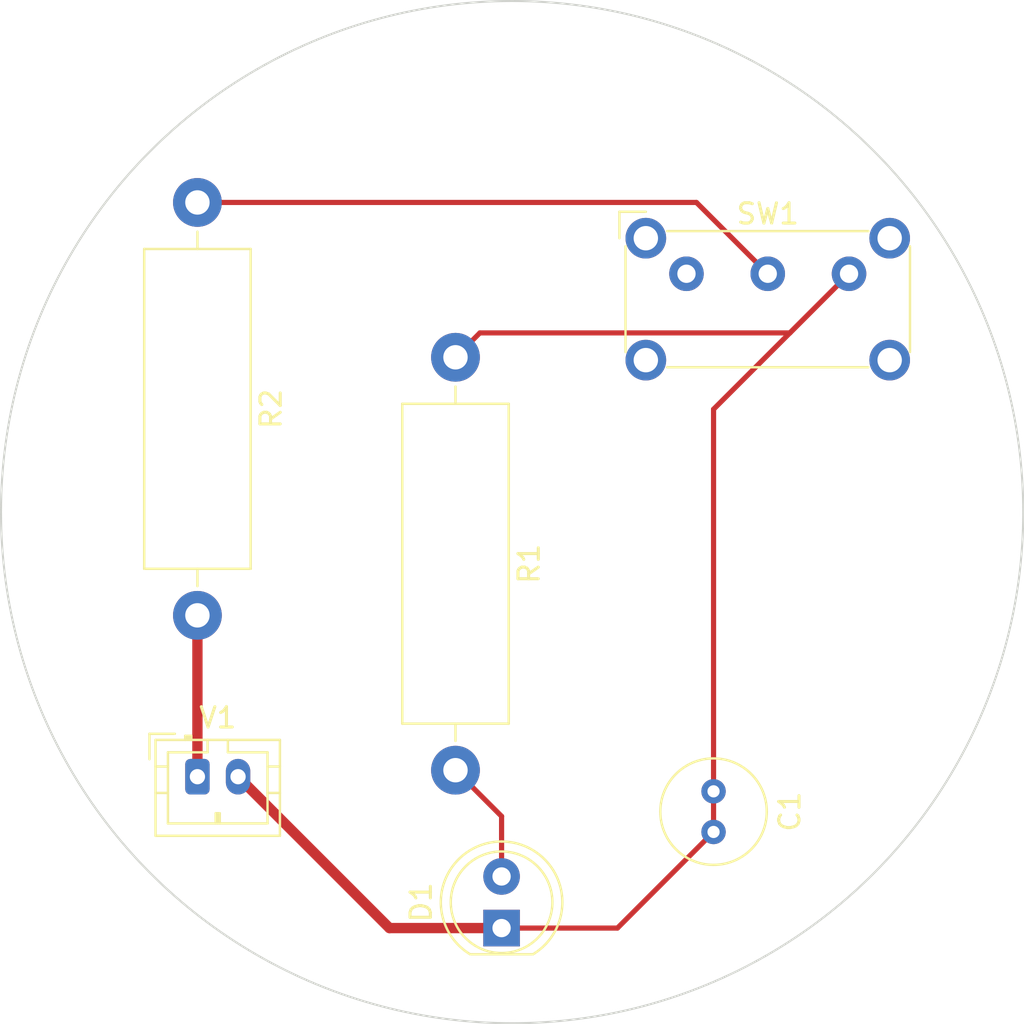
<source format=kicad_pcb>
(kicad_pcb (version 20211014) (generator pcbnew)
  (layers (0 "F.Cu" signal) (31 "B.Cu" signal) (34 "B.Paste" user) (35 "F.Paste" user) (36 "B.SilkS" user "B.Silkscreen") (37 "F.SilkS" user "F.Silkscreen") (38 "B.Mask" user) (39 "F.Mask" user) (44 "Edge.Cuts" user))
  (net 0 "")
  (net 1 "Net-(C1-Pad2)")
  (net 2 "Net-(D1-Pad2)")
  (net 3 "Net-(R2-Pad1)")
  (net 4 "Net-(R2-Pad2)")
  (footprint "Button_Switch_THT:SW_E-Switch_EG1224_SPDT_Angled" (layer "F.Cu") (at 163.7675 82.25)
    (fp_text reference "SW1" (at 4 -2.95) (layer "F.SilkS"))
    (fp_text value "SW_SPDT")
    (fp_line (start -3.3 -1.75) (end -3.3 -3.05) (layer "F.SilkS") (width 0.12))
    (fp_line (start -3.3 -3.05) (end -2 -3.05) (layer "F.SilkS") (width 0.12))
    (fp_line (start 8.95 4.6) (end -0.95 4.6) (layer "F.SilkS") (width 0.12))
    (fp_line (start 11 -1.35) (end 11 3.85) (layer "F.SilkS") (width 0.12))
    (fp_line (start -0.95 -2.1) (end 8.95 -2.1) (layer "F.SilkS") (width 0.12))
    (fp_line (start -3 3.85) (end -3 -1.35) (layer "F.SilkS") (width 0.12))
    (pad "" thru_hole circle (at 10 -1.75) (size 2 2) (drill 1.2) (layers *.Cu *.Mask))
    (pad "" thru_hole circle (at 10 4.25) (size 2 2) (drill 1.2) (layers *.Cu *.Mask))
    (pad "" thru_hole circle (at -2 4.25) (size 2 2) (drill 1.2) (layers *.Cu *.Mask))
    (pad "" thru_hole circle (at -2 -1.75) (size 2 2) (drill 1.2) (layers *.Cu *.Mask))
    (pad "1" thru_hole circle (at 0 0) (size 1.7 1.7) (drill 0.9) (layers *.Cu *.Mask))
    (pad "2" thru_hole circle (at 4 0) (size 1.7 1.7) (drill 0.9) (layers *.Cu *.Mask) (net 3 "Net-(R2-Pad1)"))
    (pad "3" thru_hole circle (at 8 0) (size 1.7 1.7) (drill 0.9) (layers *.Cu *.Mask) (net 1 "Net-(C1-Pad2)"))
  )
  (footprint "Resistor_THT:R_Axial_DIN0516_L15.5mm_D5.0mm_P20.32mm_Horizontal" (layer "F.Cu") (at 139.7 78.74 -90)
    (fp_text reference "R2" (at 10.16 -3.62 90) (layer "F.SilkS"))
    (fp_text value "2.2k Ohms")
    (fp_line (start 18.88 0) (end 18.03 0) (layer "F.SilkS") (width 0.12))
    (fp_line (start 1.44 0) (end 2.29 0) (layer "F.SilkS") (width 0.12))
    (fp_line (start 2.29 2.62) (end 18.03 2.62) (layer "F.SilkS") (width 0.12))
    (fp_line (start 2.29 -2.62) (end 2.29 2.62) (layer "F.SilkS") (width 0.12))
    (fp_line (start 18.03 2.62) (end 18.03 -2.62) (layer "F.SilkS") (width 0.12))
    (fp_line (start 18.03 -2.62) (end 2.29 -2.62) (layer "F.SilkS") (width 0.12))
    (pad "1" thru_hole circle (at 0 0 270) (size 2.4 2.4) (drill 1.2) (layers *.Cu *.Mask) (net 3 "Net-(R2-Pad1)"))
    (pad "2" thru_hole oval (at 20.32 0 270) (size 2.4 2.4) (drill 1.2) (layers *.Cu *.Mask) (net 4 "Net-(R2-Pad2)"))
  )
  (footprint "LED_THT:LED_D5.0mm" (layer "F.Cu") (at 154.66833 114.45008 90)
    (fp_text reference "D1" (at 1.27 -3.96 90) (layer "F.SilkS"))
    (fp_text value "LED")
    (fp_line (start -1.29 -1.545) (end -1.29 1.545) (layer "F.SilkS") (width 0.12))
    (fp_arc (start 4.26 -0.000462) (mid 2.072002 2.880433) (end -1.29 1.54483) (layer "F.SilkS") (width 0.12))
    (fp_arc (start -1.29 -1.54483) (mid 2.072002 -2.880433) (end 4.26 0.000462) (layer "F.SilkS") (width 0.12))
    (fp_circle (center 1.27 0) (end 3.77 0) (layer "F.SilkS") (width 0.12) (fill none))
    (pad "1" thru_hole rect (at 0 0 90) (size 1.8 1.8) (drill 0.9) (layers *.Cu *.Mask) (net 1 "Net-(C1-Pad2)"))
    (pad "2" thru_hole circle (at 2.54 0 90) (size 1.8 1.8) (drill 0.9) (layers *.Cu *.Mask) (net 2 "Net-(D1-Pad2)"))
  )
  (footprint "Connector_JST:JST_PH_B2B-PH-K_1x02_P2.00mm_Vertical" (layer "F.Cu") (at 139.7 107)
    (fp_text reference "V1" (at 1 -2.9) (layer "F.SilkS"))
    (fp_text value "9 V")
    (fp_line (start -0.3 -2.01) (end -0.6 -2.01) (layer "F.SilkS") (width 0.12))
    (fp_line (start -2.06 -0.5) (end -1.45 -0.5) (layer "F.SilkS") (width 0.12))
    (fp_line (start 3.45 2.3) (end 3.45 -1.2) (layer "F.SilkS") (width 0.12))
    (fp_line (start 0.9 2.3) (end 0.9 1.8) (layer "F.SilkS") (width 0.12))
    (fp_line (start 0.5 -1.2) (end -1.45 -1.2) (layer "F.SilkS") (width 0.12))
    (fp_line (start 1 2.3) (end 1 1.8) (layer "F.SilkS") (width 0.12))
    (fp_line (start -1.45 2.3) (end 3.45 2.3) (layer "F.SilkS") (width 0.12))
    (fp_line (start -1.45 -1.2) (end -1.45 2.3) (layer "F.SilkS") (width 0.12))
    (fp_line (start 0.5 -1.81) (end 0.5 -1.2) (layer "F.SilkS") (width 0.12))
    (fp_line (start -2.06 2.91) (end 4.06 2.91) (layer "F.SilkS") (width 0.12))
    (fp_line (start 1.5 -1.2) (end 1.5 -1.81) (layer "F.SilkS") (width 0.12))
    (fp_line (start 0.9 1.8) (end 1.1 1.8) (layer "F.SilkS") (width 0.12))
    (fp_line (start 4.06 2.91) (end 4.06 -1.81) (layer "F.SilkS") (width 0.12))
    (fp_line (start -2.06 -1.81) (end -2.06 2.91) (layer "F.SilkS") (width 0.12))
    (fp_line (start -0.3 -1.81) (end -0.3 -2.01) (layer "F.SilkS") (width 0.12))
    (fp_line (start 1.1 1.8) (end 1.1 2.3) (layer "F.SilkS") (width 0.12))
    (fp_line (start 4.06 -0.5) (end 3.45 -0.5) (layer "F.SilkS") (width 0.12))
    (fp_line (start -0.6 -2.01) (end -0.6 -1.81) (layer "F.SilkS") (width 0.12))
    (fp_line (start 4.06 -1.81) (end -2.06 -1.81) (layer "F.SilkS") (width 0.12))
    (fp_line (start -2.06 0.8) (end -1.45 0.8) (layer "F.SilkS") (width 0.12))
    (fp_line (start 3.45 -1.2) (end 1.5 -1.2) (layer "F.SilkS") (width 0.12))
    (fp_line (start -0.3 -1.91) (end -0.6 -1.91) (layer "F.SilkS") (width 0.12))
    (fp_line (start 4.06 0.8) (end 3.45 0.8) (layer "F.SilkS") (width 0.12))
    (fp_line (start -2.36 -2.11) (end -2.36 -0.86) (layer "F.SilkS") (width 0.12))
    (fp_line (start -1.11 -2.11) (end -2.36 -2.11) (layer "F.SilkS") (width 0.12))
    (pad "1" thru_hole roundrect (at 0 0) (size 1.2 1.75) (drill 0.75) (layers *.Cu *.Mask) (roundrect_rratio 0.208333) (net 4 "Net-(R2-Pad2)"))
    (pad "2" thru_hole oval (at 2 0) (size 1.2 1.75) (drill 0.75) (layers *.Cu *.Mask) (net 1 "Net-(C1-Pad2)"))
  )
  (footprint "Capacitor_THT:C_Radial_D5.0mm_H5.0mm_P2.00mm" (layer "F.Cu") (at 165.1 107.72 -90)
    (fp_text reference "C1" (at 1 -3.75 90) (layer "F.SilkS"))
    (fp_text value "4.7u Ferads")
    (fp_circle (center 1 0) (end 3.62 0) (layer "F.SilkS") (width 0.12) (fill none))
    (pad "1" thru_hole circle (at 0 0 270) (size 1.2 1.2) (drill 0.6) (layers *.Cu *.Mask) (net 1 "Net-(C1-Pad2)"))
    (pad "2" thru_hole circle (at 2 0 270) (size 1.2 1.2) (drill 0.6) (layers *.Cu *.Mask) (net 1 "Net-(C1-Pad2)"))
  )
  (footprint "Resistor_THT:R_Axial_DIN0516_L15.5mm_D5.0mm_P20.32mm_Horizontal" (layer "F.Cu") (at 152.4 86.36 -90)
    (fp_text reference "R1" (at 10.16 -3.62 90) (layer "F.SilkS"))
    (fp_text value "20k Ohms")
    (fp_line (start 2.29 -2.62) (end 2.29 2.62) (layer "F.SilkS") (width 0.12))
    (fp_line (start 1.44 0) (end 2.29 0) (layer "F.SilkS") (width 0.12))
    (fp_line (start 18.03 -2.62) (end 2.29 -2.62) (layer "F.SilkS") (width 0.12))
    (fp_line (start 18.03 2.62) (end 18.03 -2.62) (layer "F.SilkS") (width 0.12))
    (fp_line (start 2.29 2.62) (end 18.03 2.62) (layer "F.SilkS") (width 0.12))
    (fp_line (start 18.88 0) (end 18.03 0) (layer "F.SilkS") (width 0.12))
    (pad "1" thru_hole circle (at 0 0 270) (size 2.4 2.4) (drill 1.2) (layers *.Cu *.Mask) (net 1 "Net-(C1-Pad2)"))
    (pad "2" thru_hole oval (at 20.32 0 270) (size 2.4 2.4) (drill 1.2) (layers *.Cu *.Mask) (net 2 "Net-(D1-Pad2)"))
  )
  (gr_circle (center 155.187171 93.98) (end 178.196718 104.14) (layer "Edge.Cuts") (width 0.1) (fill none))
  (segment (start 165.1 88.9175) (end 171.7675 82.25) (width 0.254) (layer "F.Cu") (net 1))
  (segment (start 165.1 109.72) (end 160.36992 114.45008) (width 0.254) (layer "F.Cu") (net 1))
  (segment (start 154.66833 114.45008) (end 149.15008 114.45008) (width 0.508) (layer "F.Cu") (net 1))
  (segment (start 153.6 85.16) (end 168.8575 85.16) (width 0.254) (layer "F.Cu") (net 1))
  (segment (start 165.1 109.22) (end 165.1 88.9175) (width 0.254) (layer "F.Cu") (net 1))
  (segment (start 152.4 86.36) (end 153.6 85.16) (width 0.25) (layer "F.Cu") (net 1))
  (segment (start 149.15008 114.45008) (end 141.7 107) (width 0.508) (layer "F.Cu") (net 1))
  (segment (start 168.8575 85.16) (end 171.7675 82.25) (width 0.25) (layer "F.Cu") (net 1))
  (segment (start 160.36992 114.45008) (end 154.66833 114.45008) (width 0.254) (layer "F.Cu") (net 1))
  (segment (start 154.66833 108.94833) (end 154.66833 111.91008) (width 0.254) (layer "F.Cu") (net 2))
  (segment (start 152.4 106.68) (end 154.66833 108.94833) (width 0.254) (layer "F.Cu") (net 2))
  (segment (start 164.2575 78.74) (end 167.7675 82.25) (width 0.254) (layer "F.Cu") (net 3))
  (segment (start 139.7 78.74) (end 164.2575 78.74) (width 0.254) (layer "F.Cu") (net 3))
  (segment (start 139.7 99.06) (end 139.7 107) (width 0.508) (layer "F.Cu") (net 4))
)
</source>
